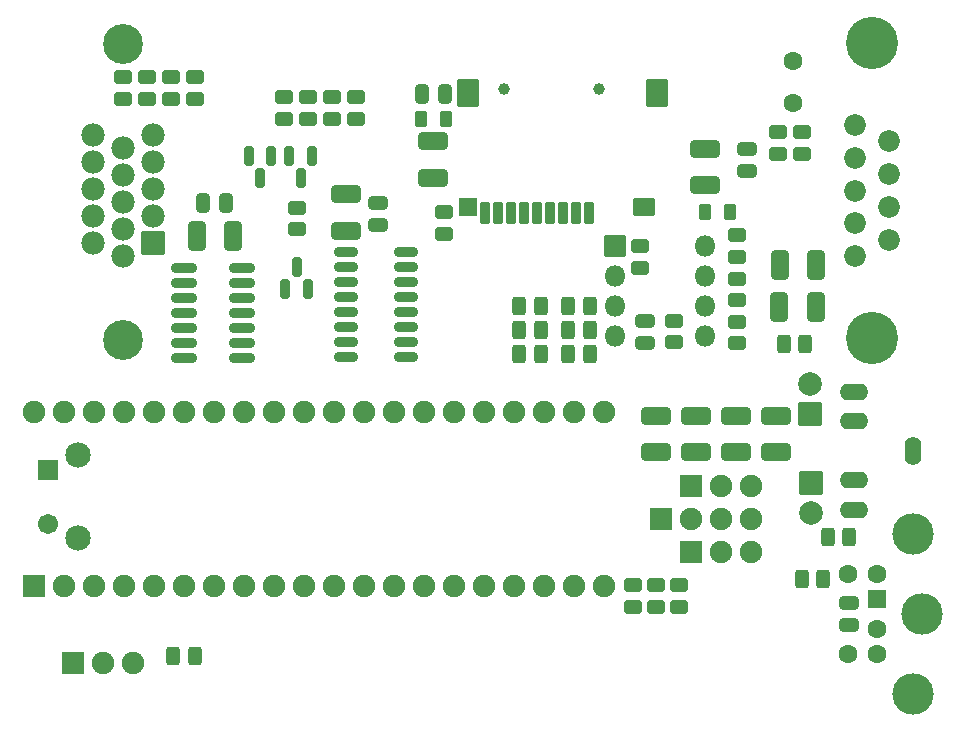
<source format=gbr>
%TF.GenerationSoftware,KiCad,Pcbnew,7.0.7*%
%TF.CreationDate,2024-07-14T10:34:44+05:00*%
%TF.ProjectId,ZXMagic F411,5a584d61-6769-4632-9046-3431312e6b69,rev?*%
%TF.SameCoordinates,Original*%
%TF.FileFunction,Soldermask,Bot*%
%TF.FilePolarity,Negative*%
%FSLAX46Y46*%
G04 Gerber Fmt 4.6, Leading zero omitted, Abs format (unit mm)*
G04 Created by KiCad (PCBNEW 7.0.7) date 2024-07-14 10:34:44*
%MOMM*%
%LPD*%
G01*
G04 APERTURE LIST*
G04 Aperture macros list*
%AMRoundRect*
0 Rectangle with rounded corners*
0 $1 Rounding radius*
0 $2 $3 $4 $5 $6 $7 $8 $9 X,Y pos of 4 corners*
0 Add a 4 corners polygon primitive as box body*
4,1,4,$2,$3,$4,$5,$6,$7,$8,$9,$2,$3,0*
0 Add four circle primitives for the rounded corners*
1,1,$1+$1,$2,$3*
1,1,$1+$1,$4,$5*
1,1,$1+$1,$6,$7*
1,1,$1+$1,$8,$9*
0 Add four rect primitives between the rounded corners*
20,1,$1+$1,$2,$3,$4,$5,0*
20,1,$1+$1,$4,$5,$6,$7,0*
20,1,$1+$1,$6,$7,$8,$9,0*
20,1,$1+$1,$8,$9,$2,$3,0*%
G04 Aperture macros list end*
%ADD10RoundRect,0.101600X-0.850000X-0.850000X0.850000X-0.850000X0.850000X0.850000X-0.850000X0.850000X0*%
%ADD11C,1.903200*%
%ADD12RoundRect,0.101600X-0.800000X-0.800000X0.800000X-0.800000X0.800000X0.800000X-0.800000X0.800000X0*%
%ADD13O,1.803200X1.803200*%
%ADD14RoundRect,0.101600X0.850000X-0.850000X0.850000X0.850000X-0.850000X0.850000X-0.850000X-0.850000X0*%
%ADD15O,1.903200X1.903200*%
%ADD16RoundRect,0.102000X-0.850000X-0.850000X0.850000X-0.850000X0.850000X0.850000X-0.850000X0.850000X0*%
%ADD17C,1.904000*%
%ADD18RoundRect,0.102000X-0.754000X0.754000X-0.754000X-0.754000X0.754000X-0.754000X0.754000X0.754000X0*%
%ADD19C,1.712000*%
%ADD20C,2.154000*%
%ADD21RoundRect,0.102000X0.699000X-0.699000X0.699000X0.699000X-0.699000X0.699000X-0.699000X-0.699000X0*%
%ADD22C,1.602000*%
%ADD23C,3.510000*%
%ADD24C,1.839000*%
%ADD25C,4.420000*%
%ADD26C,3.383200*%
%ADD27RoundRect,0.102000X-0.892500X0.892500X-0.892500X-0.892500X0.892500X-0.892500X0.892500X0.892500X0*%
%ADD28C,1.989000*%
%ADD29RoundRect,0.101600X0.900000X-0.900000X0.900000X0.900000X-0.900000X0.900000X-0.900000X-0.900000X0*%
%ADD30C,2.003200*%
%ADD31O,2.403200X1.403200*%
%ADD32O,1.403200X2.403200*%
%ADD33RoundRect,0.101600X-0.900000X0.900000X-0.900000X-0.900000X0.900000X-0.900000X0.900000X0.900000X0*%
%ADD34C,1.603200*%
%ADD35RoundRect,0.351600X0.925000X-0.412500X0.925000X0.412500X-0.925000X0.412500X-0.925000X-0.412500X0*%
%ADD36RoundRect,0.351600X-0.450000X0.262500X-0.450000X-0.262500X0.450000X-0.262500X0.450000X0.262500X0*%
%ADD37RoundRect,0.351600X0.450000X-0.262500X0.450000X0.262500X-0.450000X0.262500X-0.450000X-0.262500X0*%
%ADD38RoundRect,0.101600X-0.800000X-1.100000X0.800000X-1.100000X0.800000X1.100000X-0.800000X1.100000X0*%
%ADD39RoundRect,0.101600X-0.700000X-0.700000X0.700000X-0.700000X0.700000X0.700000X-0.700000X0.700000X0*%
%ADD40C,1.003200*%
%ADD41RoundRect,0.101600X-0.800000X-0.700000X0.800000X-0.700000X0.800000X0.700000X-0.800000X0.700000X0*%
%ADD42RoundRect,0.101600X-0.350000X-0.800000X0.350000X-0.800000X0.350000X0.800000X-0.350000X0.800000X0*%
%ADD43RoundRect,0.351600X-0.250000X-0.475000X0.250000X-0.475000X0.250000X0.475000X-0.250000X0.475000X0*%
%ADD44RoundRect,0.351600X0.475000X-0.250000X0.475000X0.250000X-0.475000X0.250000X-0.475000X-0.250000X0*%
%ADD45RoundRect,0.351600X0.262500X0.450000X-0.262500X0.450000X-0.262500X-0.450000X0.262500X-0.450000X0*%
%ADD46RoundRect,0.351600X-0.262500X-0.450000X0.262500X-0.450000X0.262500X0.450000X-0.262500X0.450000X0*%
%ADD47RoundRect,0.251600X0.150000X-0.587500X0.150000X0.587500X-0.150000X0.587500X-0.150000X-0.587500X0*%
%ADD48RoundRect,0.251600X-0.150000X0.587500X-0.150000X-0.587500X0.150000X-0.587500X0.150000X0.587500X0*%
%ADD49RoundRect,0.251600X0.725000X0.150000X-0.725000X0.150000X-0.725000X-0.150000X0.725000X-0.150000X0*%
%ADD50RoundRect,0.320350X0.218750X0.381250X-0.218750X0.381250X-0.218750X-0.381250X0.218750X-0.381250X0*%
%ADD51RoundRect,0.251600X0.825000X0.150000X-0.825000X0.150000X-0.825000X-0.150000X0.825000X-0.150000X0*%
%ADD52RoundRect,0.320350X-0.218750X-0.381250X0.218750X-0.381250X0.218750X0.381250X-0.218750X0.381250X0*%
%ADD53RoundRect,0.351600X-0.412500X-0.925000X0.412500X-0.925000X0.412500X0.925000X-0.412500X0.925000X0*%
%ADD54RoundRect,0.351600X-0.475000X0.250000X-0.475000X-0.250000X0.475000X-0.250000X0.475000X0.250000X0*%
%ADD55RoundRect,0.351600X-0.925000X0.412500X-0.925000X-0.412500X0.925000X-0.412500X0.925000X0.412500X0*%
G04 APERTURE END LIST*
D10*
%TO.C,A1*%
X61499950Y-69400000D03*
D11*
X64039950Y-69400000D03*
X66579950Y-69400000D03*
X69119950Y-69400000D03*
X71659950Y-69400000D03*
X74199950Y-69400000D03*
X76739950Y-69400000D03*
X79279950Y-69400000D03*
X81819950Y-69400000D03*
X84359950Y-69400000D03*
X86899950Y-69400000D03*
X89439950Y-69400000D03*
X91979950Y-69400000D03*
X94519950Y-69400000D03*
X97059950Y-69400000D03*
X99599950Y-69400000D03*
X102139950Y-69400000D03*
X104679950Y-69400000D03*
X107219950Y-69400000D03*
X109759950Y-69400000D03*
X109760000Y-54600000D03*
X107220000Y-54600000D03*
X104680000Y-54600000D03*
X102140000Y-54600000D03*
X99600000Y-54600000D03*
X97060000Y-54600000D03*
X94520000Y-54600000D03*
X91980000Y-54600000D03*
X89440000Y-54600000D03*
X86900000Y-54600000D03*
X84360000Y-54600000D03*
X81820000Y-54600000D03*
X79280000Y-54600000D03*
X76740000Y-54600000D03*
X74200000Y-54600000D03*
X71660000Y-54600000D03*
X69120000Y-54600000D03*
X66580000Y-54600000D03*
X64040000Y-54600000D03*
X61500000Y-54599950D03*
%TD*%
D12*
%TO.C,U1*%
X110668000Y-40584600D03*
D13*
X110668000Y-43124600D03*
X110668000Y-45664600D03*
X110668000Y-48204600D03*
X118288000Y-48204600D03*
X118288000Y-45664600D03*
X118288000Y-43124600D03*
X118288000Y-40584600D03*
%TD*%
D14*
%TO.C,REF\u002A\u002A*%
X117129600Y-66484600D03*
D15*
X119669600Y-66484600D03*
X122209600Y-66484600D03*
%TD*%
D14*
%TO.C,REF\u002A\u002A*%
X117129600Y-60896600D03*
D15*
X119669600Y-60896600D03*
X122209600Y-60896600D03*
%TD*%
D16*
%TO.C,RV1*%
X64755000Y-75915000D03*
D17*
X67295000Y-75915000D03*
X69835000Y-75915000D03*
%TD*%
D12*
%TO.C,Soket*%
X110668000Y-40584600D03*
D13*
X110668000Y-43124600D03*
X110668000Y-45664600D03*
X110668000Y-48204600D03*
X118288000Y-48204600D03*
X118288000Y-45664600D03*
X118288000Y-43124600D03*
X118288000Y-40584600D03*
%TD*%
D18*
%TO.C,SW1*%
X62687400Y-59525035D03*
D19*
X62687400Y-64075035D03*
D20*
X65187400Y-58300035D03*
X65187400Y-65300035D03*
%TD*%
D14*
%TO.C,REF\u002A\u002A*%
X114579600Y-63690600D03*
D15*
X117119600Y-63690600D03*
X119659600Y-63690600D03*
X122199600Y-63690600D03*
%TD*%
D21*
%TO.C,J4*%
X132890000Y-70430000D03*
D22*
X132890000Y-73030000D03*
X132890000Y-68380000D03*
X132890000Y-75080000D03*
X130400000Y-68380000D03*
X130400000Y-75080000D03*
D23*
X136700000Y-71730000D03*
X135890000Y-78490000D03*
X135890000Y-64970000D03*
%TD*%
D24*
%TO.C,J3*%
X131030000Y-41420000D03*
X131030000Y-38650000D03*
X131030000Y-35880000D03*
X131030000Y-33110000D03*
X131030000Y-30340000D03*
X133870000Y-40035000D03*
X133870000Y-37265000D03*
X133870000Y-34495000D03*
X133870000Y-31725000D03*
D25*
X132450000Y-48375000D03*
X132450000Y-23385000D03*
%TD*%
D26*
%TO.C,J6*%
X69000000Y-23505000D03*
X69000000Y-48495000D03*
D27*
X71540000Y-40315000D03*
D28*
X71540000Y-38025000D03*
X71540000Y-35735000D03*
X71540000Y-33445000D03*
X71540000Y-31155000D03*
X69000000Y-41455000D03*
X69000000Y-39165000D03*
X69000000Y-36875000D03*
X69000000Y-34585000D03*
X69000000Y-32295000D03*
X66460000Y-40315000D03*
X66460000Y-38025000D03*
X66460000Y-35735000D03*
X66460000Y-33445000D03*
X66460000Y-31155000D03*
%TD*%
D29*
%TO.C,D5*%
X127178000Y-54831000D03*
D30*
X127178000Y-52291000D03*
%TD*%
D31*
%TO.C,J1*%
X130910000Y-62910000D03*
X130910000Y-60410000D03*
D32*
X135910000Y-57910000D03*
D31*
X130910000Y-52910000D03*
X130910000Y-55410000D03*
%TD*%
D33*
%TO.C,D4*%
X127300000Y-60655000D03*
D30*
X127300000Y-63195000D03*
%TD*%
D34*
%TO.C,CMOS CR12220*%
X125725000Y-28475000D03*
X125725000Y-24875000D03*
%TD*%
D35*
%TO.C,C9*%
X124282400Y-58014500D03*
X124282400Y-54939500D03*
%TD*%
D36*
%TO.C,R33*%
X73090000Y-26262500D03*
X73090000Y-28087500D03*
%TD*%
%TO.C,R15*%
X115670000Y-46917500D03*
X115670000Y-48742500D03*
%TD*%
D37*
%TO.C,R31*%
X88755000Y-29787500D03*
X88755000Y-27962500D03*
%TD*%
D35*
%TO.C,C8*%
X120904200Y-58014500D03*
X120904200Y-54939500D03*
%TD*%
D37*
%TO.C,R6*%
X120960000Y-41492500D03*
X120960000Y-39667500D03*
%TD*%
D38*
%TO.C,J5*%
X98250000Y-27650000D03*
D39*
X98250000Y-37250000D03*
D40*
X101300000Y-27250000D03*
X109300000Y-27250000D03*
D41*
X113100000Y-37250000D03*
D38*
X114250000Y-27650000D03*
D42*
X108500000Y-37750000D03*
X107350000Y-37750000D03*
X106250000Y-37750000D03*
X105150000Y-37750000D03*
X104050000Y-37750000D03*
X102950000Y-37750000D03*
X101850000Y-37750000D03*
X100750000Y-37750000D03*
X99650000Y-37750000D03*
%TD*%
D43*
%TO.C,C15*%
X75820000Y-36950000D03*
X77720000Y-36950000D03*
%TD*%
D36*
%TO.C,R35*%
X69010000Y-26262500D03*
X69010000Y-28087500D03*
%TD*%
D44*
%TO.C,C6*%
X130460000Y-72680000D03*
X130460000Y-70780000D03*
%TD*%
D45*
%TO.C,R17*%
X104382500Y-49706600D03*
X102557500Y-49706600D03*
%TD*%
D35*
%TO.C,C16*%
X118260000Y-35417500D03*
X118260000Y-32342500D03*
%TD*%
D46*
%TO.C,R36*%
X73262500Y-75275000D03*
X75087500Y-75275000D03*
%TD*%
D47*
%TO.C,D1*%
X84660000Y-44237500D03*
X82760000Y-44237500D03*
X83710000Y-42362500D03*
%TD*%
D37*
%TO.C,R27*%
X82635000Y-29787500D03*
X82635000Y-27962500D03*
%TD*%
D46*
%TO.C,R22*%
X106697500Y-45686800D03*
X108522500Y-45686800D03*
%TD*%
D48*
%TO.C,D3*%
X79680000Y-32932500D03*
X81580000Y-32932500D03*
X80630000Y-34807500D03*
%TD*%
D36*
%TO.C,R24*%
X114150000Y-69287500D03*
X114150000Y-71112500D03*
%TD*%
%TO.C,R26*%
X83750000Y-37327500D03*
X83750000Y-39152500D03*
%TD*%
D35*
%TO.C,C7*%
X117526000Y-58014500D03*
X117526000Y-54939500D03*
%TD*%
D49*
%TO.C,U3*%
X93005000Y-41115000D03*
X93005000Y-42385000D03*
X93005000Y-43655000D03*
X93005000Y-44925000D03*
X93005000Y-46195000D03*
X93005000Y-47465000D03*
X93005000Y-48735000D03*
X93005000Y-50005000D03*
X87855000Y-50005000D03*
X87855000Y-48735000D03*
X87855000Y-47465000D03*
X87855000Y-46195000D03*
X87855000Y-44925000D03*
X87855000Y-43655000D03*
X87855000Y-42385000D03*
X87855000Y-41115000D03*
%TD*%
D46*
%TO.C,R37*%
X128687500Y-65250000D03*
X130512500Y-65250000D03*
%TD*%
D37*
%TO.C,R14*%
X120960000Y-45172500D03*
X120960000Y-43347500D03*
%TD*%
D50*
%TO.C,L1*%
X120392500Y-37700000D03*
X118267500Y-37700000D03*
%TD*%
D43*
%TO.C,C18*%
X94350000Y-27702500D03*
X96250000Y-27702500D03*
%TD*%
D37*
%TO.C,R29*%
X75105397Y-28087500D03*
X75105397Y-26262500D03*
%TD*%
D36*
%TO.C,R5*%
X124465000Y-30962500D03*
X124465000Y-32787500D03*
%TD*%
%TO.C,R16*%
X120960000Y-47000000D03*
X120960000Y-48825000D03*
%TD*%
D37*
%TO.C,R28*%
X84675000Y-29787500D03*
X84675000Y-27962500D03*
%TD*%
D45*
%TO.C,R2*%
X128292500Y-68750000D03*
X126467500Y-68750000D03*
%TD*%
D36*
%TO.C,R23*%
X116101800Y-69287500D03*
X116101800Y-71112500D03*
%TD*%
D45*
%TO.C,R19*%
X104382500Y-45693400D03*
X102557500Y-45693400D03*
%TD*%
D48*
%TO.C,D2*%
X83100000Y-32932500D03*
X85000000Y-32932500D03*
X84050000Y-34807500D03*
%TD*%
D46*
%TO.C,R1*%
X124947500Y-48900000D03*
X126772500Y-48900000D03*
%TD*%
D35*
%TO.C,C10*%
X114147800Y-58014500D03*
X114147800Y-54939500D03*
%TD*%
D51*
%TO.C,U2*%
X79115000Y-42420000D03*
X79115000Y-43690000D03*
X79115000Y-44960000D03*
X79115000Y-46230000D03*
X79115000Y-47500000D03*
X79115000Y-48770000D03*
X79115000Y-50040000D03*
X74165000Y-50040000D03*
X74165000Y-48770000D03*
X74165000Y-47500000D03*
X74165000Y-46230000D03*
X74165000Y-44960000D03*
X74165000Y-43690000D03*
X74165000Y-42420000D03*
%TD*%
D44*
%TO.C,C13*%
X90570000Y-38800000D03*
X90570000Y-36900000D03*
%TD*%
D46*
%TO.C,R20*%
X106697500Y-49700000D03*
X108522500Y-49700000D03*
%TD*%
D35*
%TO.C,C11*%
X87860000Y-39270000D03*
X87860000Y-36195000D03*
%TD*%
D37*
%TO.C,R32*%
X86715000Y-29787500D03*
X86715000Y-27962500D03*
%TD*%
%TO.C,R38*%
X126475000Y-32787500D03*
X126475000Y-30962500D03*
%TD*%
D46*
%TO.C,R21*%
X106707500Y-47700000D03*
X108532500Y-47700000D03*
%TD*%
D52*
%TO.C,L2*%
X94237500Y-29812500D03*
X96362500Y-29812500D03*
%TD*%
D36*
%TO.C,R25*%
X112194200Y-69287500D03*
X112194200Y-71112500D03*
%TD*%
D37*
%TO.C,R13*%
X112750000Y-42402500D03*
X112750000Y-40577500D03*
%TD*%
D53*
%TO.C,C2*%
X124599100Y-42202200D03*
X127674100Y-42202200D03*
%TD*%
D36*
%TO.C,R34*%
X71050000Y-26262500D03*
X71050000Y-28087500D03*
%TD*%
D53*
%TO.C,C1*%
X124573700Y-45707400D03*
X127648700Y-45707400D03*
%TD*%
D44*
%TO.C,C12*%
X121820000Y-34230000D03*
X121820000Y-32330000D03*
%TD*%
D54*
%TO.C,C5*%
X113200000Y-46910000D03*
X113200000Y-48810000D03*
%TD*%
D45*
%TO.C,R18*%
X104382500Y-47700000D03*
X102557500Y-47700000D03*
%TD*%
D53*
%TO.C,C14*%
X75242500Y-39770000D03*
X78317500Y-39770000D03*
%TD*%
D37*
%TO.C,R30*%
X96200000Y-39542500D03*
X96200000Y-37717500D03*
%TD*%
D55*
%TO.C,C17*%
X95300000Y-31725000D03*
X95300000Y-34800000D03*
%TD*%
M02*

</source>
